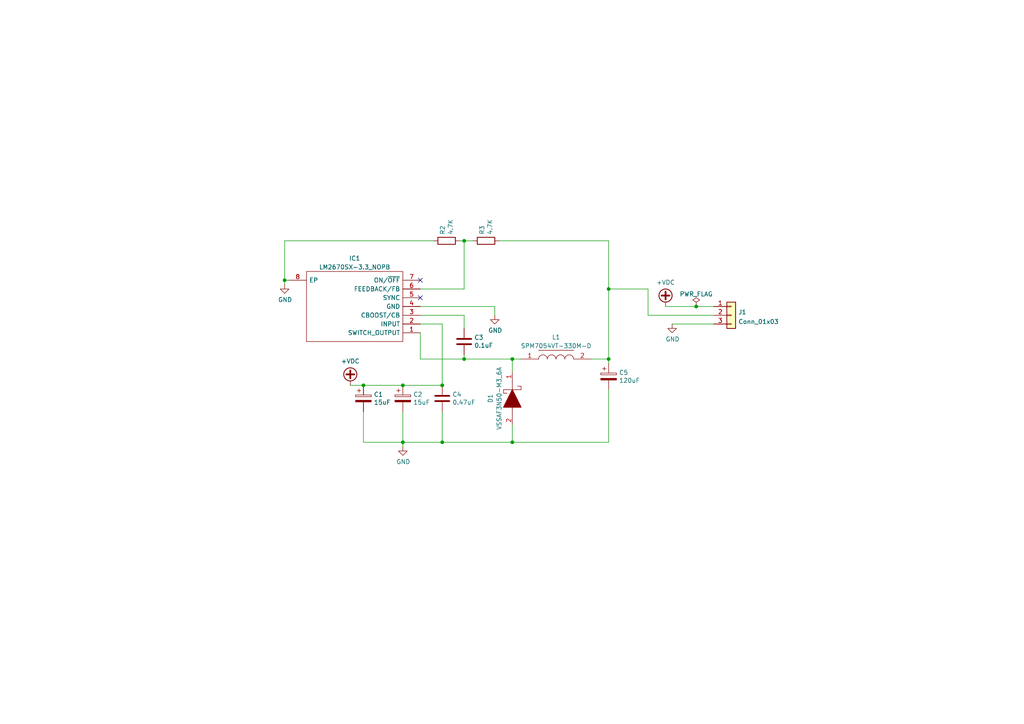
<source format=kicad_sch>
(kicad_sch (version 20231120) (generator "eeschema") (generator_version "8.0")
  (paper "A4")
  (lib_symbols
    (symbol "Connector_Generic:Conn_01x03" (pin_names (offset 1.016) hide)
      (property "Reference" "J" (at 0 5.08 0))
      (property "Value" "Conn_01x03" (at 0 -5.08 0))
      (symbol "Conn_01x03_1_1"
        (rectangle (start -1.27 -2.413) (end 0 -2.667) (stroke (width 0.1524)))
        (rectangle (start -1.27 0.127) (end 0 -0.127) (stroke (width 0.1524)))
        (rectangle (start -1.27 2.667) (end 0 2.413) (stroke (width 0.1524)))
        (rectangle (start -1.27 3.81) (end 1.27 -3.81) (stroke (width 0.254)) (fill (type background)))
        (pin passive line (at -5.08 2.54 0) (length 3.81) (name "Pin_1") (number "1"))
        (pin passive line (at -5.08 0 0) (length 3.81) (name "Pin_2") (number "2"))
        (pin passive line (at -5.08 -2.54 0) (length 3.81) (name "Pin_3") (number "3"))
      )
    )
    (symbol "Device:C" (pin_numbers hide) (pin_names (offset 0.254))
      (property "Reference" "C" (at 0.635 2.54 0))
      (property "Value" "C" (at 0.635 -2.54 0))
      (symbol "C_0_1"
        (polyline (pts (xy -2.032 -0.762) (xy 2.032 -0.762)) (stroke (width 0.508)))
        (polyline (pts (xy -2.032 0.762) (xy 2.032 0.762)) (stroke (width 0.508)))
      )
      (symbol "C_1_1"
        (pin passive line (at 0 3.81 270) (length 2.794) (name "~") (number "1"))
        (pin passive line (at 0 -3.81 90) (length 2.794) (name "~") (number "2"))
      )
    )
    (symbol "Device:CP" (pin_numbers hide) (pin_names (offset 0.254))
      (property "Reference" "C" (at 0.635 2.54 0))
      (property "Value" "Device_CP" (at 0.635 -2.54 0))
      (symbol "CP_0_1"
        (rectangle (start -2.286 0.508) (end 2.286 1.016))
        (polyline (pts (xy -1.778 2.286) (xy -0.762 2.286)))
        (polyline (pts (xy -1.27 2.794) (xy -1.27 1.778)))
        (rectangle (start 2.286 -0.508) (end -2.286 -1.016) (fill (type outline)))
      )
      (symbol "CP_1_1"
        (pin passive line (at 0 3.81 270) (length 2.794) (name "~") (number "1"))
        (pin passive line (at 0 -3.81 90) (length 2.794) (name "~") (number "2"))
      )
    )
    (symbol "Device:R" (pin_numbers hide) (pin_names (offset 0))
      (property "Reference" "R" (at 2.032 0 90))
      (property "Value" "R" (at 0 0 90))
      (symbol "R_0_1"
        (rectangle (start -1.016 -2.54) (end 1.016 2.54) (stroke (width 0.254)))
      )
      (symbol "R_1_1"
        (pin passive line (at 0 3.81 270) (length 1.27) (name "~") (number "1"))
        (pin passive line (at 0 -3.81 90) (length 1.27) (name "~") (number "2"))
      )
    )
    (symbol "SamacSys_Parts:LM2670SX-3.3_NOPB" (pin_names (offset 0.762))
      (property "Reference" "IC" (at 34.29 7.62 0))
      (property "Value" "LM2670SX-3.3_NOPB" (at 34.29 5.08 0))
      (symbol "LM2670SX-3.3_NOPB_0_0"
        (pin passive line (at 38.1 -15.24 180) (length 5.08) (name "SWITCH_OUTPUT") (number "1"))
        (pin passive line (at 38.1 -12.7 180) (length 5.08) (name "INPUT") (number "2"))
        (pin passive line (at 38.1 -10.16 180) (length 5.08) (name "CBOOST/CB") (number "3"))
        (pin passive line (at 38.1 -7.62 180) (length 5.08) (name "GND") (number "4"))
        (pin passive line (at 38.1 -5.08 180) (length 5.08) (name "SYNC") (number "5"))
        (pin passive line (at 38.1 -2.54 180) (length 5.08) (name "FEEDBACK/FB") (number "6"))
        (pin passive line (at 38.1 0 180) (length 5.08) (name "ON/~{OFF}") (number "7"))
        (pin passive line (at 0 0 0) (length 5.08) (name "EP") (number "8"))
      )
      (symbol "LM2670SX-3.3_NOPB_0_1"
        (polyline (pts (xy 5.08 2.54) (xy 33.02 2.54) (xy 33.02 -17.78) (xy 5.08 -17.78) (xy 5.08 2.54)) (stroke (width 0.1524)))
      )
    )
    (symbol "SamacSys_Parts:SPM7054VT-330M-D" (pin_names (offset 0.762))
      (property "Reference" "L" (at 16.51 6.35 0))
      (property "Value" "SPM7054VT-330M-D" (at 16.51 3.81 0))
      (symbol "SPM7054VT-330M-D_0_0"
        (pin passive line (at 0 0 0) (length 5.08) (name "~") (number "1"))
        (pin passive line (at 20.32 0 180) (length 5.08) (name "~") (number "2"))
      )
      (symbol "SPM7054VT-330M-D_0_1"
        (polyline (pts (xy 5.08 2.54) (xy 15.24 2.54)) (stroke (width 0.1524)))
        (arc (start 7.62 0) (mid 6.35 1.2202) (end 5.08 0) (stroke (width 0.1524)))
        (arc (start 10.16 0) (mid 8.89 1.2202) (end 7.62 0) (stroke (width 0.1524)))
        (arc (start 12.7 0) (mid 11.43 1.2202) (end 10.16 0) (stroke (width 0.1524)))
        (arc (start 15.24 0) (mid 13.97 1.2202) (end 12.7 0) (stroke (width 0.1524)))
      )
    )
    (symbol "SamacSys_Parts:VSSAF3N50-M3_6A" (pin_names (offset 0.762))
      (property "Reference" "D" (at 12.7 8.89 0))
      (property "Value" "VSSAF3N50-M3_6A" (at 12.7 6.35 0))
      (symbol "VSSAF3N50-M3_6A_0_0"
        (pin passive line (at 2.54 0 0) (length 2.54) (name "~") (number "1"))
        (pin passive line (at 17.78 0 180) (length 2.54) (name "~") (number "2"))
      )
      (symbol "VSSAF3N50-M3_6A_0_1"
        (polyline (pts (xy 5.08 0) (xy 7.62 0)) (stroke (width 0.1524)))
        (polyline (pts (xy 7.62 2.54) (xy 7.62 -2.54)) (stroke (width 0.1524)))
        (polyline (pts (xy 12.7 0) (xy 15.24 0)) (stroke (width 0.1524)))
        (polyline (pts (xy 7.62 -2.54) (xy 6.604 -2.54) (xy 6.604 -1.524)) (stroke (width 0.1524)))
        (polyline (pts (xy 7.62 2.54) (xy 8.636 2.54) (xy 8.636 1.524)) (stroke (width 0.1524)))
        (polyline (pts (xy 7.62 0) (xy 12.7 2.54) (xy 12.7 -2.54) (xy 7.62 0)) (stroke (width 0.254)) (fill (type outline)))
      )
    )
    (symbol "power:+VDC" (power) (pin_names (offset 0))
      (property "Value" "+VDC" (at 0 6.35 0))
      (symbol "+VDC_0_1"
        (polyline (pts (xy -1.143 3.175) (xy 1.143 3.175)) (stroke (width 0.508)))
        (polyline (pts (xy 0 0) (xy 0 1.27)))
        (polyline (pts (xy 0 2.032) (xy 0 4.318)) (stroke (width 0.508)))
        (circle (center 0 3.175) (radius 1.905) (stroke (width 0.254)))
      )
      (symbol "+VDC_1_1"
        (pin power_in line (at 0 0 90) (length 0) hide (name "+VDC") (number "1"))
      )
    )
    (symbol "power:GND" (power) (pin_names (offset 0))
      (property "Value" "GND" (at 0 -3.81 0))
      (symbol "GND_0_1"
        (polyline (pts (xy 0 0) (xy 0 -1.27) (xy 1.27 -1.27) (xy 0 -2.54) (xy -1.27 -1.27) (xy 0 -1.27)))
      )
      (symbol "GND_1_1"
        (pin power_in line (at 0 0 270) (length 0) hide (name "GND") (number "1"))
      )
    )
    (symbol "power:PWR_FLAG" (power) (pin_numbers hide) (pin_names (offset 0) hide)
      (property "Value" "PWR_FLAG" (at 0 3.81 0))
      (symbol "PWR_FLAG_0_0"
        (pin power_out line (at 0 0 90) (length 0) (name "pwr") (number "1"))
      )
      (symbol "PWR_FLAG_0_1"
        (polyline (pts (xy 0 0) (xy 0 1.27) (xy -1.016 1.905) (xy 0 2.54) (xy 1.016 1.905) (xy 0 1.27)))
      )
    )
  )
  (junction (at 105.41 111.76))
  (junction (at 148.59 128.27))
  (junction (at 134.62 104.14))
  (junction (at 128.27 128.27))
  (junction (at 176.53 83.82))
  (junction (at 116.84 111.76))
  (junction (at 82.55 81.28))
  (junction (at 116.84 128.27))
  (junction (at 134.62 69.85))
  (junction (at 148.59 104.14))
  (junction (at 201.93 88.9))
  (junction (at 128.27 111.76))
  (junction (at 176.53 104.14))
  (no_connect (at 121.92 81.28))
  (no_connect (at 121.92 86.36))
  (wire (pts (xy 187.96 91.44) (xy 187.96 83.82)))
  (wire (pts (xy 148.59 107.95) (xy 148.59 104.14)))
  (wire (pts (xy 121.92 83.82) (xy 134.62 83.82)))
  (wire (pts (xy 121.92 96.52) (xy 121.92 104.14)))
  (wire (pts (xy 143.51 88.9) (xy 143.51 91.44)))
  (wire (pts (xy 105.41 128.27) (xy 116.84 128.27)))
  (wire (pts (xy 125.73 69.85) (xy 82.55 69.85)))
  (wire (pts (xy 116.84 128.27) (xy 116.84 129.54)))
  (wire (pts (xy 82.55 81.28) (xy 83.82 81.28)))
  (wire (pts (xy 134.62 104.14) (xy 148.59 104.14)))
  (wire (pts (xy 116.84 128.27) (xy 116.84 119.38)))
  (wire (pts (xy 176.53 128.27) (xy 176.53 113.03)))
  (wire (pts (xy 176.53 105.41) (xy 176.53 104.14)))
  (wire (pts (xy 121.92 104.14) (xy 134.62 104.14)))
  (wire (pts (xy 128.27 128.27) (xy 148.59 128.27)))
  (wire (pts (xy 176.53 104.14) (xy 171.45 104.14)))
  (wire (pts (xy 134.62 95.25) (xy 134.62 91.44)))
  (wire (pts (xy 148.59 128.27) (xy 176.53 128.27)))
  (wire (pts (xy 176.53 69.85) (xy 176.53 83.82)))
  (wire (pts (xy 194.945 93.98) (xy 207.01 93.98)))
  (wire (pts (xy 128.27 93.98) (xy 128.27 111.76)))
  (wire (pts (xy 82.55 82.55) (xy 82.55 81.28)))
  (wire (pts (xy 134.62 69.85) (xy 137.16 69.85)))
  (wire (pts (xy 116.84 128.27) (xy 128.27 128.27)))
  (wire (pts (xy 128.27 128.27) (xy 128.27 119.38)))
  (wire (pts (xy 193.04 88.9) (xy 201.93 88.9)))
  (wire (pts (xy 82.55 69.85) (xy 82.55 81.28)))
  (wire (pts (xy 134.62 83.82) (xy 134.62 69.85)))
  (wire (pts (xy 134.62 91.44) (xy 121.92 91.44)))
  (wire (pts (xy 201.93 88.9) (xy 207.01 88.9)))
  (wire (pts (xy 121.92 93.98) (xy 128.27 93.98)))
  (wire (pts (xy 187.96 91.44) (xy 207.01 91.44)))
  (wire (pts (xy 105.41 111.76) (xy 116.84 111.76)))
  (wire (pts (xy 116.84 111.76) (xy 128.27 111.76)))
  (wire (pts (xy 101.6 111.76) (xy 105.41 111.76)))
  (wire (pts (xy 121.92 88.9) (xy 143.51 88.9)))
  (wire (pts (xy 176.53 83.82) (xy 176.53 104.14)))
  (wire (pts (xy 148.59 104.14) (xy 151.13 104.14)))
  (wire (pts (xy 144.78 69.85) (xy 176.53 69.85)))
  (wire (pts (xy 134.62 104.14) (xy 134.62 102.87)))
  (wire (pts (xy 105.41 119.38) (xy 105.41 128.27)))
  (wire (pts (xy 187.96 83.82) (xy 176.53 83.82)))
  (wire (pts (xy 148.59 128.27) (xy 148.59 123.19)))
  (wire (pts (xy 133.35 69.85) (xy 134.62 69.85)))
  (symbol (lib_id "Device:CP") (at 176.53 109.22 0) (unit 1)
    (property "Reference" "C5" (at 179.5272 108.0516 0) (effects (justify left)))
    (property "Value" "120uF" (at 179.5272 110.363 0) (effects (justify left)))
    (property "Footprint" "Capacitor_THT:CP_Radial_D8.0mm_P5.00mm" (effects (hide yes)))
  )
  (symbol (lib_id "power:+VDC") (at 193.04 88.9 0) (unit 1)
    (property "Reference" "#PWR07" (effects (hide yes)))
    (property "Value" "+VDC" (at 193.04 81.915 0))
  )
  (symbol (lib_id "Connector_Generic:Conn_01x03") (at 212.09 91.44 0) (unit 1)
    (property "Reference" "J1" (at 214.122 90.5315 0) (effects (justify left)))
    (property "Value" "Conn_01x03" (at 214.122 93.3066 0) (effects (justify left)))
    (property "Footprint" "Connector_PinHeader_2.54mm:PinHeader_1x03_P2.54mm_Vertical" (effects (hide yes)))
  )
  (symbol (lib_id "power:PWR_FLAG") (at 201.93 88.9 0) (unit 1)
    (property "Reference" "#FLG02" (effects (hide yes)))
    (property "Value" "PWR_FLAG" (at 201.93 85.2955 0))
  )
  (symbol (lib_id "power:+VDC") (at 101.6 111.76 0) (unit 1)
    (property "Reference" "#PWR02" (effects (hide yes)))
    (property "Value" "+VDC" (at 101.6 104.775 0))
  )
  (symbol (lib_id "power:GND") (at 194.945 93.98 0) (unit 1)
    (property "Reference" "#PWR08" (effects (hide yes)))
    (property "Value" "GND" (at 195.072 98.3742 0))
  )
  (symbol (lib_id "power:GND") (at 82.55 82.55 0) (unit 1)
    (property "Reference" "#PWR01" (effects (hide yes)))
    (property "Value" "GND" (at 82.677 86.9442 0))
  )
  (symbol (lib_id "Device:R") (at 140.97 69.85 90) (unit 1)
    (property "Reference" "R3" (at 139.8016 68.072 0) (effects (justify left)))
    (property "Value" "4.7K" (at 142.113 68.072 0) (effects (justify left)))
    (property "Footprint" "Resistor_SMD:R_1206_3216Metric_Pad1.30x1.75mm_HandSolder" (effects (hide yes)))
  )
  (symbol (lib_id "Device:C") (at 128.27 115.57 0) (unit 1)
    (property "Reference" "C4" (at 131.191 114.4016 0) (effects (justify left)))
    (property "Value" "0.47uF" (at 131.191 116.713 0) (effects (justify left)))
    (property "Footprint" "Capacitor_SMD:C_1206_3216Metric_Pad1.33x1.80mm_HandSolder" (effects (hide yes)))
  )
  (symbol (lib_id "Device:CP") (at 105.41 115.57 0) (unit 1)
    (property "Reference" "C1" (at 108.4072 114.4016 0) (effects (justify left)))
    (property "Value" "15uF" (at 108.4072 116.713 0) (effects (justify left)))
    (property "Footprint" "Capacitor_THT:CP_Radial_D5.0mm_P2.50mm" (effects (hide yes)))
  )
  (symbol (lib_id "power:GND") (at 116.84 129.54 0) (unit 1)
    (property "Reference" "#PWR03" (effects (hide yes)))
    (property "Value" "GND" (at 116.967 133.9342 0))
  )
  (symbol (lib_id "SamacSys_Parts:VSSAF3N50-M3_6A") (at 148.59 105.41 90) (mirror x) (unit 1)
    (property "Reference" "D1" (at 142.24 115.57 0))
    (property "Value" "VSSAF3N50-M3_6A" (at 144.78 115.57 0))
    (property "Footprint" "SODFL5226X100N" (effects (hide yes)))
    (property "Datasheet" "https://www.vishay.com/docs/87720/vssaf3n50.pdf" (effects (hide yes)))
    (property "Description" "Schottky Diodes & Rectifiers 3A, 50V,TRENCH SKY RECT." (effects (hide yes)))
    (property "Height" "1" (effects (hide yes)))
    (property "Mouser Part Number" "78-VSSAF3N50-M36A" (effects (hide yes)))
    (property "Mouser Price/Stock" "https://www.mouser.co.uk/ProductDetail/Vishay-General-Semiconductor/VSSAF3N50-M3-6A?qs=pzVvXTvk9PyAGQrseCalzA%3D%3D" (effects (hide yes)))
    (property "Manufacturer_Name" "Vishay" (effects (hide yes)))
    (property "Manufacturer_Part_Number" "VSSAF3N50-M3/6A" (effects (hide yes)))
  )
  (symbol (lib_id "power:GND") (at 143.51 91.44 0) (unit 1)
    (property "Reference" "#PWR04" (effects (hide yes)))
    (property "Value" "GND" (at 143.637 95.8342 0))
  )
  (symbol (lib_id "SamacSys_Parts:LM2670SX-3.3_NOPB") (at 83.82 81.28 0) (unit 1)
    (property "Reference" "IC1" (at 102.87 74.93 0))
    (property "Value" "LM2670SX-3.3_NOPB" (at 102.87 77.47 0))
    (property "Footprint" "SamacSys_Parts:LM2670SX33NOPB" (effects (hide yes)))
    (property "Datasheet" "https://www.ti.com/lit/ds/symlink/lm2670.pdf?HQS=dis-mous-null-mousermode-dsf-pf-null-wwe&ts=1663903765420&ref_url=https%253A%252F%252Fwww.mouser.in%252F" (effects (hide yes)))
    (property "Description" "Switching Voltage Regulators SIMPLE SWITCHER High Efficiency 3A Step-Down Voltage Regulator with Sync 7-DDPAK/TO-263 -40 to 125" (effects (hide yes)))
    (property "Height" "4.79" (effects (hide yes)))
    (property "Mouser Part Number" "926-LM2670SX33NOPB" (effects (hide yes)))
    (property "Mouser Price/Stock" "https://www.mouser.co.uk/ProductDetail/Texas-Instruments/LM2670SX-33-NOPB?qs=X1J7HmVL2ZFMthjcXZVTwQ%3D%3D" (effects (hide yes)))
    (property "Manufacturer_Name" "Texas Instruments" (effects (hide yes)))
    (property "Manufacturer_Part_Number" "LM2670SX-3.3/NOPB" (effects (hide yes)))
  )
  (symbol (lib_id "Device:C") (at 134.62 99.06 0) (unit 1)
    (property "Reference" "C3" (at 137.541 97.8916 0) (effects (justify left)))
    (property "Value" "0.1uF" (at 137.541 100.203 0) (effects (justify left)))
    (property "Footprint" "Capacitor_SMD:C_1206_3216Metric_Pad1.33x1.80mm_HandSolder" (effects (hide yes)))
  )
  (symbol (lib_id "SamacSys_Parts:SPM7054VT-330M-D") (at 151.13 104.14 0) (unit 1)
    (property "Reference" "L1" (at 161.29 97.79 0))
    (property "Value" "SPM7054VT-330M-D" (at 161.29 100.33 0))
    (property "Footprint" "SPM7054VT" (effects (hide yes)))
    (property "Datasheet" "https://product.tdk.com/system/files/dam/doc/product/inductor/inductor/smd/catalog/inductor_automotive_power_spm7054vt-d_en.pdf" (effects (hide yes)))
    (property "Description" "Inductors for power circuits, Wound metal, Automotive" (effects (hide yes)))
    (property "Mouser Part Number" "810-SPM7054VT-330M-D" (effects (hide yes)))
    (property "Mouser Price/Stock" "https://www.mouser.co.uk/ProductDetail/TDK/SPM7054VT-330M-D?qs=ahcBuItHZ3xT067VPMZIlw%3D%3D" (effects (hide yes)))
    (property "Manufacturer_Name" "TDK" (effects (hide yes)))
    (property "Manufacturer_Part_Number" "SPM7054VT-330M-D" (effects (hide yes)))
  )
  (symbol (lib_id "Device:R") (at 129.54 69.85 90) (unit 1)
    (property "Reference" "R2" (at 128.3716 68.072 0) (effects (justify left)))
    (property "Value" "4.7K" (at 130.683 68.072 0) (effects (justify left)))
    (property "Footprint" "Resistor_SMD:R_1206_3216Metric_Pad1.30x1.75mm_HandSolder" (effects (hide yes)))
  )
  (symbol (lib_id "Device:CP") (at 116.84 115.57 0) (unit 1)
    (property "Reference" "C2" (at 119.8372 114.4016 0) (effects (justify left)))
    (property "Value" "15uF" (at 119.8372 116.713 0) (effects (justify left)))
    (property "Footprint" "Capacitor_THT:CP_Radial_D5.0mm_P2.50mm" (effects (hide yes)))
  )
)
</source>
